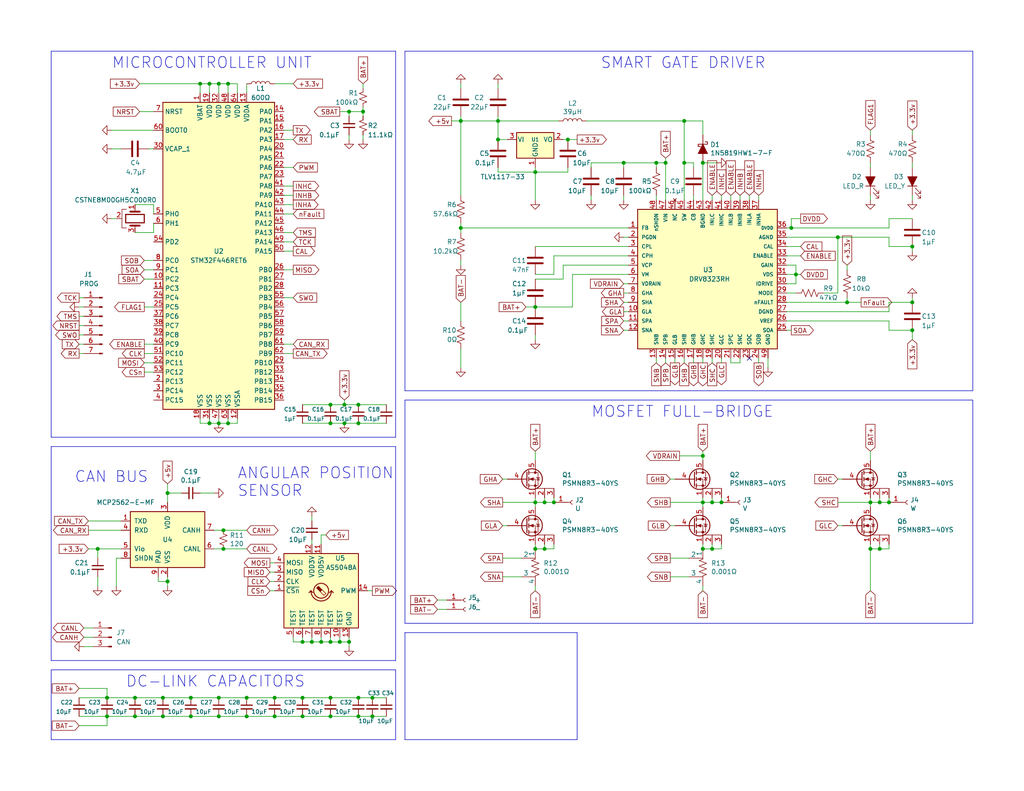
<source format=kicad_sch>
(kicad_sch (version 20230121) (generator eeschema)
  (paper "USLetter")
  (title_block (title "Driver") (date "2019-03-16") (rev "1") (comment 1 "Luis Alvarez") (comment 2 "Designed by"))
  (junction (at 45.72 134.62))
  (junction (at 148.59 149.86))
  (junction (at 191.77 124.46))
  (junction (at 179.07 44.45))
  (junction (at 90.17 195.58))
  (junction (at 26.67 149.86))
  (junction (at 196.85 137.16))
  (junction (at 181.61 44.45))
  (junction (at 93.98 110.49))
  (junction (at 154.94 38.1))
  (junction (at 215.9 62.23))
  (junction (at 99.06 30.48))
  (junction (at 57.15 115.57))
  (junction (at 248.92 67.31))
  (junction (at 125.73 62.23))
  (junction (at 52.07 190.5))
  (junction (at 59.69 195.58))
  (junction (at 59.69 190.5))
  (junction (at 67.31 195.58))
  (junction (at 125.73 33.02))
  (junction (at 60.96 144.78))
  (junction (at 59.69 22.86))
  (junction (at 44.45 190.5))
  (junction (at 90.17 115.57))
  (junction (at 186.69 44.45))
  (junction (at 85.09 175.26))
  (junction (at 54.61 22.86))
  (junction (at 240.03 137.16))
  (junction (at 95.25 30.48))
  (junction (at 191.77 137.16))
  (junction (at 146.05 83.82))
  (junction (at 90.17 175.26))
  (junction (at 60.96 149.86))
  (junction (at 97.79 115.57))
  (junction (at 148.59 137.16))
  (junction (at 170.18 44.45))
  (junction (at 92.71 175.26))
  (junction (at 228.6 64.77))
  (junction (at 191.77 44.45))
  (junction (at 74.93 195.58))
  (junction (at 82.55 190.5))
  (junction (at 146.05 149.86))
  (junction (at 242.57 137.16))
  (junction (at 52.07 195.58))
  (junction (at 186.69 33.02))
  (junction (at 194.31 137.16))
  (junction (at 248.92 90.17))
  (junction (at 36.83 195.58))
  (junction (at 237.49 149.86))
  (junction (at 231.14 82.55))
  (junction (at 97.79 190.5))
  (junction (at 45.72 158.75))
  (junction (at 36.83 190.5))
  (junction (at 93.98 115.57))
  (junction (at 101.6 190.5))
  (junction (at 191.77 149.86))
  (junction (at 95.25 175.26))
  (junction (at 217.17 74.93))
  (junction (at 87.63 175.26))
  (junction (at 82.55 195.58))
  (junction (at 194.31 149.86))
  (junction (at 62.23 115.57))
  (junction (at 29.21 195.58))
  (junction (at 44.45 195.58))
  (junction (at 151.13 137.16))
  (junction (at 135.89 38.1))
  (junction (at 97.79 195.58))
  (junction (at 237.49 137.16))
  (junction (at 101.6 195.58))
  (junction (at 135.89 33.02))
  (junction (at 146.05 137.16))
  (junction (at 57.15 22.86))
  (junction (at 82.55 175.26))
  (junction (at 240.03 149.86))
  (junction (at 90.17 190.5))
  (junction (at 62.23 22.86))
  (junction (at 59.69 115.57))
  (junction (at 74.93 190.5))
  (junction (at 248.92 82.55))
  (junction (at 146.05 46.99))
  (junction (at 97.79 110.49))
  (junction (at 67.31 190.5))
  (junction (at 29.21 190.5))
  (junction (at 90.17 110.49))
  (no_connect (at 204.47 97.79))
  (wire (pts (xy 242.57 64.77) (xy 242.57 67.31)))
  (wire (pts (xy 215.9 59.69) (xy 215.9 62.23)))
  (wire (pts (xy 237.49 45.72) (xy 237.49 44.45)))
  (wire (pts (xy 146.05 46.99) (xy 146.05 54.61)))
  (wire (pts (xy 54.61 22.86) (xy 57.15 22.86)))
  (wire (pts (xy 80.01 35.56) (xy 77.47 35.56)))
  (wire (pts (xy 123.19 33.02) (xy 125.73 33.02)))
  (wire (pts (xy 194.31 148.59) (xy 194.31 149.86)))
  (wire (pts (xy 74.93 161.29) (xy 73.66 161.29)))
  (wire (pts (xy 182.88 152.4) (xy 187.96 152.4)))
  (wire (pts (xy 57.15 115.57) (xy 57.15 114.3)))
  (wire (pts (xy 43.18 157.48) (xy 43.18 158.75)))
  (wire (pts (xy 146.05 92.71) (xy 146.05 91.44)))
  (wire (pts (xy 22.86 171.45) (xy 25.4 171.45)))
  (wire (pts (xy 99.06 24.13) (xy 99.06 22.86)))
  (wire (pts (xy 138.43 38.1) (xy 135.89 38.1)))
  (wire (pts (xy 95.25 175.26) (xy 92.71 175.26)))
  (wire (pts (xy 82.55 175.26) (xy 80.01 175.26)))
  (wire (pts (xy 125.73 87.63) (xy 125.73 82.55)))
  (wire (pts (xy 214.63 62.23) (xy 215.9 62.23)))
  (wire (pts (xy 125.73 100.33) (xy 125.73 95.25)))
  (wire (pts (xy 137.16 152.4) (xy 142.24 152.4)))
  (wire (pts (xy 151.13 137.16) (xy 148.59 137.16)))
  (wire (pts (xy 214.63 67.31) (xy 218.44 67.31)))
  (wire (pts (xy 148.59 149.86) (xy 146.05 149.86)))
  (wire (pts (xy 148.59 137.16) (xy 146.05 137.16)))
  (wire (pts (xy 80.01 63.5) (xy 77.47 63.5)))
  (wire (pts (xy 99.06 30.48) (xy 99.06 29.21)))
  (wire (pts (xy 26.67 152.4) (xy 26.67 149.86)))
  (wire (pts (xy 228.6 64.77) (xy 242.57 64.77)))
  (wire (pts (xy 160.02 33.02) (xy 186.69 33.02)))
  (wire (pts (xy 154.94 38.1) (xy 157.48 38.1)))
  (wire (pts (xy 21.59 195.58) (xy 29.21 195.58)))
  (wire (pts (xy 52.07 190.5) (xy 59.69 190.5)))
  (wire (pts (xy 45.72 158.75) (xy 45.72 157.48)))
  (wire (pts (xy 59.69 195.58) (xy 67.31 195.58)))
  (wire (pts (xy 36.83 63.5) (xy 41.91 63.5)))
  (wire (pts (xy 196.85 149.86) (xy 194.31 149.86)))
  (wire (pts (xy 170.18 45.72) (xy 170.18 44.45)))
  (wire (pts (xy 77.47 50.8) (xy 80.01 50.8)))
  (wire (pts (xy 170.18 80.01) (xy 171.45 80.01)))
  (wire (pts (xy 95.25 175.26) (xy 95.25 176.53)))
  (wire (pts (xy 36.83 195.58) (xy 44.45 195.58)))
  (wire (pts (xy 146.05 83.82) (xy 156.21 83.82)))
  (wire (pts (xy 101.6 190.5) (xy 97.79 190.5)))
  (wire (pts (xy 90.17 115.57) (xy 93.98 115.57)))
  (wire (pts (xy 64.77 22.86) (xy 64.77 25.4)))
  (wire (pts (xy 125.73 62.23) (xy 171.45 62.23)))
  (wire (pts (xy 45.72 134.62) (xy 45.72 137.16)))
  (wire (pts (xy 189.23 99.06) (xy 189.23 97.79)))
  (polyline (pts (xy 13.97 180.34) (xy 107.95 180.34)))
  (wire (pts (xy 237.49 137.16) (xy 237.49 135.89)))
  (wire (pts (xy 201.93 99.06) (xy 201.93 97.79)))
  (wire (pts (xy 191.77 36.83) (xy 191.77 33.02)))
  (wire (pts (xy 92.71 173.99) (xy 92.71 175.26)))
  (wire (pts (xy 240.03 148.59) (xy 240.03 149.86)))
  (polyline (pts (xy 110.49 172.72) (xy 110.49 201.93)))
  (wire (pts (xy 38.1 30.48) (xy 41.91 30.48)))
  (wire (pts (xy 93.98 115.57) (xy 97.79 115.57)))
  (wire (pts (xy 21.59 83.82) (xy 22.86 83.82)))
  (wire (pts (xy 151.13 135.89) (xy 151.13 137.16)))
  (wire (pts (xy 39.37 83.82) (xy 41.91 83.82)))
  (wire (pts (xy 240.03 135.89) (xy 240.03 137.16)))
  (wire (pts (xy 151.13 74.93) (xy 151.13 69.85)))
  (wire (pts (xy 214.63 80.01) (xy 217.17 80.01)))
  (wire (pts (xy 194.31 99.06) (xy 194.31 97.79)))
  (wire (pts (xy 146.05 161.29) (xy 146.05 160.02)))
  (wire (pts (xy 125.73 72.39) (xy 125.73 71.12)))
  (wire (pts (xy 146.05 46.99) (xy 146.05 45.72)))
  (wire (pts (xy 182.88 137.16) (xy 191.77 137.16)))
  (polyline (pts (xy 107.95 13.97) (xy 107.95 119.38)))
  (wire (pts (xy 90.17 110.49) (xy 82.55 110.49)))
  (wire (pts (xy 242.57 62.23) (xy 242.57 59.69)))
  (wire (pts (xy 237.49 123.19) (xy 237.49 125.73)))
  (wire (pts (xy 29.21 195.58) (xy 36.83 195.58)))
  (wire (pts (xy 57.15 22.86) (xy 59.69 22.86)))
  (wire (pts (xy 93.98 110.49) (xy 90.17 110.49)))
  (wire (pts (xy 26.67 157.48) (xy 26.67 160.02)))
  (wire (pts (xy 186.69 44.45) (xy 186.69 54.61)))
  (wire (pts (xy 199.39 99.06) (xy 201.93 99.06)))
  (wire (pts (xy 194.31 53.34) (xy 194.31 54.61)))
  (wire (pts (xy 189.23 45.72) (xy 189.23 44.45)))
  (wire (pts (xy 151.13 149.86) (xy 148.59 149.86)))
  (wire (pts (xy 214.63 90.17) (xy 215.9 90.17)))
  (wire (pts (xy 49.53 134.62) (xy 45.72 134.62)))
  (wire (pts (xy 135.89 46.99) (xy 146.05 46.99)))
  (wire (pts (xy 237.49 149.86) (xy 237.49 148.59)))
  (wire (pts (xy 179.07 44.45) (xy 181.61 44.45)))
  (wire (pts (xy 41.91 55.88) (xy 41.91 58.42)))
  (wire (pts (xy 185.42 124.46) (xy 191.77 124.46)))
  (polyline (pts (xy 157.48 172.72) (xy 157.48 201.93)))
  (polyline (pts (xy 13.97 182.88) (xy 107.95 182.88)))
  (wire (pts (xy 22.86 81.28) (xy 21.59 81.28)))
  (wire (pts (xy 24.13 144.78) (xy 33.02 144.78)))
  (wire (pts (xy 77.47 96.52) (xy 80.01 96.52)))
  (wire (pts (xy 148.59 135.89) (xy 148.59 137.16)))
  (wire (pts (xy 24.13 142.24) (xy 33.02 142.24)))
  (wire (pts (xy 170.18 44.45) (xy 179.07 44.45)))
  (wire (pts (xy 90.17 190.5) (xy 97.79 190.5)))
  (wire (pts (xy 125.73 63.5) (xy 125.73 62.23)))
  (wire (pts (xy 30.48 40.64) (xy 33.02 40.64)))
  (wire (pts (xy 161.29 45.72) (xy 161.29 44.45)))
  (wire (pts (xy 59.69 25.4) (xy 59.69 22.86)))
  (wire (pts (xy 62.23 22.86) (xy 64.77 22.86)))
  (polyline (pts (xy 110.49 109.22) (xy 110.49 170.18)))
  (wire (pts (xy 58.42 144.78) (xy 60.96 144.78)))
  (wire (pts (xy 74.93 190.5) (xy 82.55 190.5)))
  (wire (pts (xy 93.98 109.22) (xy 93.98 110.49)))
  (wire (pts (xy 184.15 99.06) (xy 184.15 97.79)))
  (wire (pts (xy 214.63 74.93) (xy 217.17 74.93)))
  (wire (pts (xy 217.17 74.93) (xy 217.17 72.39)))
  (wire (pts (xy 237.49 35.56) (xy 237.49 36.83)))
  (wire (pts (xy 101.6 195.58) (xy 105.41 195.58)))
  (polyline (pts (xy 110.49 109.22) (xy 265.43 109.22)))
  (wire (pts (xy 237.49 149.86) (xy 237.49 161.29)))
  (polyline (pts (xy 265.43 106.68) (xy 265.43 13.97)))
  (wire (pts (xy 242.57 135.89) (xy 242.57 137.16)))
  (wire (pts (xy 214.63 85.09) (xy 242.57 85.09)))
  (wire (pts (xy 242.57 137.16) (xy 240.03 137.16)))
  (wire (pts (xy 95.25 38.1) (xy 95.25 36.83)))
  (wire (pts (xy 154.94 45.72) (xy 154.94 46.99)))
  (wire (pts (xy 240.03 137.16) (xy 237.49 137.16)))
  (wire (pts (xy 217.17 77.47) (xy 217.17 74.93)))
  (wire (pts (xy 153.67 38.1) (xy 154.94 38.1)))
  (wire (pts (xy 151.13 69.85) (xy 171.45 69.85)))
  (wire (pts (xy 67.31 144.78) (xy 60.96 144.78)))
  (wire (pts (xy 194.31 137.16) (xy 191.77 137.16)))
  (wire (pts (xy 57.15 25.4) (xy 57.15 22.86)))
  (wire (pts (xy 152.4 33.02) (xy 135.89 33.02)))
  (wire (pts (xy 170.18 87.63) (xy 171.45 87.63)))
  (wire (pts (xy 161.29 54.61) (xy 161.29 53.34)))
  (wire (pts (xy 67.31 190.5) (xy 74.93 190.5)))
  (wire (pts (xy 242.57 149.86) (xy 240.03 149.86)))
  (wire (pts (xy 24.13 149.86) (xy 26.67 149.86)))
  (wire (pts (xy 26.67 149.86) (xy 33.02 149.86)))
  (wire (pts (xy 228.6 143.51) (xy 229.87 143.51)))
  (wire (pts (xy 137.16 137.16) (xy 146.05 137.16)))
  (wire (pts (xy 87.63 146.05) (xy 88.9 146.05)))
  (polyline (pts (xy 13.97 119.38) (xy 107.95 119.38)))
  (wire (pts (xy 125.73 33.02) (xy 125.73 53.34)))
  (wire (pts (xy 29.21 190.5) (xy 36.83 190.5)))
  (wire (pts (xy 125.73 62.23) (xy 125.73 60.96)))
  (polyline (pts (xy 13.97 201.93) (xy 107.95 201.93)))
  (wire (pts (xy 80.01 175.26) (xy 80.01 173.99)))
  (polyline (pts (xy 110.49 106.68) (xy 265.43 106.68)))
  (wire (pts (xy 31.75 152.4) (xy 31.75 160.02)))
  (wire (pts (xy 179.07 99.06) (xy 179.07 97.79)))
  (wire (pts (xy 74.93 156.21) (xy 73.66 156.21)))
  (wire (pts (xy 146.05 137.16) (xy 146.05 135.89)))
  (wire (pts (xy 248.92 35.56) (xy 248.92 36.83)))
  (wire (pts (xy 92.71 175.26) (xy 90.17 175.26)))
  (wire (pts (xy 214.63 64.77) (xy 228.6 64.77)))
  (wire (pts (xy 54.61 115.57) (xy 54.61 114.3)))
  (wire (pts (xy 248.92 68.58) (xy 248.92 67.31)))
  (wire (pts (xy 242.57 90.17) (xy 248.92 90.17)))
  (wire (pts (xy 214.63 82.55) (xy 231.14 82.55)))
  (wire (pts (xy 44.45 190.5) (xy 52.07 190.5)))
  (wire (pts (xy 231.14 73.66) (xy 231.14 72.39)))
  (wire (pts (xy 135.89 22.86) (xy 135.89 24.13)))
  (polyline (pts (xy 13.97 180.34) (xy 13.97 121.92)))
  (wire (pts (xy 189.23 53.34) (xy 189.23 54.61)))
  (wire (pts (xy 100.33 161.29) (xy 101.6 161.29)))
  (wire (pts (xy 125.73 24.13) (xy 125.73 22.86)))
  (wire (pts (xy 97.79 115.57) (xy 105.41 115.57)))
  (wire (pts (xy 154.94 46.99) (xy 146.05 46.99)))
  (wire (pts (xy 186.69 33.02) (xy 186.69 44.45)))
  (wire (pts (xy 99.06 38.1) (xy 99.06 36.83)))
  (polyline (pts (xy 265.43 170.18) (xy 265.43 109.22)))
  (wire (pts (xy 90.17 173.99) (xy 90.17 175.26)))
  (wire (pts (xy 237.49 137.16) (xy 237.49 138.43)))
  (wire (pts (xy 179.07 45.72) (xy 179.07 44.45)))
  (wire (pts (xy 36.83 55.88) (xy 41.91 55.88)))
  (wire (pts (xy 74.93 22.86) (xy 80.01 22.86)))
  (wire (pts (xy 22.86 173.99) (xy 25.4 173.99)))
  (wire (pts (xy 36.83 190.5) (xy 44.45 190.5)))
  (wire (pts (xy 21.59 190.5) (xy 29.21 190.5)))
  (wire (pts (xy 125.73 33.02) (xy 135.89 33.02)))
  (wire (pts (xy 207.01 53.34) (xy 207.01 54.61)))
  (wire (pts (xy 45.72 160.02) (xy 45.72 158.75)))
  (wire (pts (xy 182.88 130.81) (xy 184.15 130.81)))
  (wire (pts (xy 170.18 82.55) (xy 171.45 82.55)))
  (polyline (pts (xy 110.49 172.72) (xy 157.48 172.72)))
  (wire (pts (xy 80.01 68.58) (xy 77.47 68.58)))
  (wire (pts (xy 45.72 132.08) (xy 45.72 134.62)))
  (wire (pts (xy 73.66 158.75) (xy 74.93 158.75)))
  (wire (pts (xy 39.37 93.98) (xy 41.91 93.98)))
  (wire (pts (xy 80.01 66.04) (xy 77.47 66.04)))
  (wire (pts (xy 153.67 76.2) (xy 153.67 72.39)))
  (wire (pts (xy 77.47 55.88) (xy 80.01 55.88)))
  (wire (pts (xy 38.1 22.86) (xy 54.61 22.86)))
  (wire (pts (xy 39.37 76.2) (xy 41.91 76.2)))
  (polyline (pts (xy 107.95 180.34) (xy 107.95 121.92)))
  (wire (pts (xy 231.14 82.55) (xy 234.95 82.55)))
  (wire (pts (xy 194.31 149.86) (xy 191.77 149.86)))
  (wire (pts (xy 92.71 30.48) (xy 95.25 30.48)))
  (wire (pts (xy 214.63 77.47) (xy 217.17 77.47)))
  (wire (pts (xy 22.86 86.36) (xy 21.59 86.36)))
  (wire (pts (xy 191.77 137.16) (xy 191.77 138.43)))
  (wire (pts (xy 39.37 71.12) (xy 41.91 71.12)))
  (polyline (pts (xy 13.97 13.97) (xy 107.95 13.97)))
  (wire (pts (xy 170.18 64.77) (xy 171.45 64.77)))
  (wire (pts (xy 77.47 81.28) (xy 80.01 81.28)))
  (wire (pts (xy 39.37 101.6) (xy 41.91 101.6)))
  (wire (pts (xy 54.61 25.4) (xy 54.61 22.86)))
  (wire (pts (xy 73.66 153.67) (xy 74.93 153.67)))
  (polyline (pts (xy 107.95 182.88) (xy 107.95 201.93)))
  (wire (pts (xy 187.96 157.48) (xy 182.88 157.48)))
  (wire (pts (xy 58.42 134.62) (xy 54.61 134.62)))
  (wire (pts (xy 80.01 53.34) (xy 77.47 53.34)))
  (wire (pts (xy 214.63 69.85) (xy 218.44 69.85)))
  (wire (pts (xy 59.69 115.57) (xy 57.15 115.57)))
  (wire (pts (xy 135.89 31.75) (xy 135.89 33.02)))
  (wire (pts (xy 41.91 99.06) (xy 39.37 99.06)))
  (wire (pts (xy 80.01 73.66) (xy 77.47 73.66)))
  (wire (pts (xy 171.45 90.17) (xy 170.18 90.17)))
  (polyline (pts (xy 110.49 13.97) (xy 265.43 13.97)))
  (wire (pts (xy 97.79 195.58) (xy 101.6 195.58)))
  (wire (pts (xy 146.05 74.93) (xy 151.13 74.93)))
  (wire (pts (xy 59.69 190.5) (xy 67.31 190.5)))
  (polyline (pts (xy 13.97 201.93) (xy 13.97 182.88)))
  (wire (pts (xy 82.55 173.99) (xy 82.55 175.26)))
  (wire (pts (xy 170.18 77.47) (xy 171.45 77.47)))
  (wire (pts (xy 43.18 158.75) (xy 45.72 158.75)))
  (polyline (pts (xy 110.49 201.93) (xy 157.48 201.93)))
  (wire (pts (xy 85.09 175.26) (xy 82.55 175.26)))
  (wire (pts (xy 143.51 83.82) (xy 146.05 83.82)))
  (wire (pts (xy 31.75 152.4) (xy 33.02 152.4)))
  (wire (pts (xy 39.37 96.52) (xy 41.91 96.52)))
  (wire (pts (xy 191.77 123.19) (xy 191.77 124.46)))
  (wire (pts (xy 204.47 53.34) (xy 204.47 54.61)))
  (wire (pts (xy 148.59 148.59) (xy 148.59 149.86)))
  (wire (pts (xy 30.48 59.69) (xy 31.75 59.69)))
  (wire (pts (xy 228.6 64.77) (xy 228.6 80.01)))
  (wire (pts (xy 87.63 146.05) (xy 87.63 148.59)))
  (wire (pts (xy 237.49 54.61) (xy 237.49 53.34)))
  (polyline (pts (xy 13.97 119.38) (xy 13.97 13.97)))
  (wire (pts (xy 191.77 99.06) (xy 191.77 97.79)))
  (wire (pts (xy 215.9 59.69) (xy 218.44 59.69)))
  (wire (pts (xy 62.23 115.57) (xy 59.69 115.57)))
  (wire (pts (xy 153.67 72.39) (xy 171.45 72.39)))
  (wire (pts (xy 105.41 110.49) (xy 97.79 110.49)))
  (wire (pts (xy 181.61 43.18) (xy 181.61 44.45)))
  (wire (pts (xy 215.9 62.23) (xy 242.57 62.23)))
  (wire (pts (xy 137.16 143.51) (xy 138.43 143.51)))
  (wire (pts (xy 242.57 87.63) (xy 242.57 90.17)))
  (wire (pts (xy 62.23 25.4) (xy 62.23 22.86)))
  (wire (pts (xy 90.17 195.58) (xy 97.79 195.58)))
  (wire (pts (xy 146.05 149.86) (xy 146.05 148.59)))
  (wire (pts (xy 21.59 88.9) (xy 22.86 88.9)))
  (wire (pts (xy 21.59 91.44) (xy 22.86 91.44)))
  (wire (pts (xy 87.63 173.99) (xy 87.63 175.26)))
  (wire (pts (xy 242.57 148.59) (xy 242.57 149.86)))
  (wire (pts (xy 59.69 22.86) (xy 62.23 22.86)))
  (wire (pts (xy 77.47 93.98) (xy 80.01 93.98)))
  (wire (pts (xy 97.79 110.49) (xy 93.98 110.49)))
  (wire (pts (xy 41.91 40.64) (xy 40.64 40.64)))
  (wire (pts (xy 181.61 99.06) (xy 181.61 97.79)))
  (wire (pts (xy 82.55 190.5) (xy 90.17 190.5)))
  (wire (pts (xy 196.85 99.06) (xy 196.85 97.79)))
  (wire (pts (xy 99.06 30.48) (xy 95.25 30.48)))
  (wire (pts (xy 194.31 135.89) (xy 194.31 137.16)))
  (wire (pts (xy 170.18 85.09) (xy 171.45 85.09)))
  (wire (pts (xy 161.29 44.45) (xy 170.18 44.45)))
  (wire (pts (xy 21.59 93.98) (xy 22.86 93.98)))
  (wire (pts (xy 82.55 115.57) (xy 90.17 115.57)))
  (wire (pts (xy 90.17 175.26) (xy 87.63 175.26)))
  (wire (pts (xy 146.05 123.19) (xy 146.05 125.73)))
  (wire (pts (xy 191.77 137.16) (xy 191.77 135.89)))
  (wire (pts (xy 135.89 38.1) (xy 135.89 33.02)))
  (wire (pts (xy 30.48 35.56) (xy 41.91 35.56)))
  (wire (pts (xy 64.77 115.57) (xy 64.77 114.3)))
  (wire (pts (xy 135.89 45.72) (xy 135.89 46.99)))
  (wire (pts (xy 217.17 74.93) (xy 218.44 74.93)))
  (wire (pts (xy 170.18 53.34) (xy 170.18 54.61)))
  (wire (pts (xy 60.96 149.86) (xy 58.42 149.86)))
  (wire (pts (xy 137.16 130.81) (xy 138.43 130.81)))
  (wire (pts (xy 248.92 45.72) (xy 248.92 44.45)))
  (wire (pts (xy 142.24 157.48) (xy 137.16 157.48)))
  (wire (pts (xy 242.57 67.31) (xy 248.92 67.31)))
  (wire (pts (xy 196.85 137.16) (xy 194.31 137.16)))
  (wire (pts (xy 85.09 148.59) (xy 85.09 147.32)))
  (wire (pts (xy 195.58 44.45) (xy 191.77 44.45)))
  (wire (pts (xy 41.91 63.5) (xy 41.91 60.96)))
  (wire (pts (xy 85.09 142.24) (xy 85.09 140.97)))
  (wire (pts (xy 182.88 143.51) (xy 184.15 143.51)))
  (wire (pts (xy 248.92 54.61) (xy 248.92 53.34)))
  (wire (pts (xy 196.85 53.34) (xy 196.85 54.61)))
  (wire (pts (xy 95.25 31.75) (xy 95.25 30.48)))
  (wire (pts (xy 191.77 44.45) (xy 191.77 54.61)))
  (wire (pts (xy 22.86 96.52) (xy 21.59 96.52)))
  (wire (pts (xy 228.6 137.16) (xy 237.49 137.16)))
  (wire (pts (xy 231.14 81.28) (xy 231.14 82.55)))
  (wire (pts (xy 199.39 97.79) (xy 199.39 99.06)))
  (wire (pts (xy 207.01 99.06) (xy 207.01 97.79)))
  (wire (pts (xy 29.21 198.12) (xy 21.59 198.12)))
  (wire (pts (xy 39.37 73.66) (xy 41.91 73.66)))
  (polyline (pts (xy 110.49 13.97) (xy 110.49 106.68)))
  (wire (pts (xy 54.61 115.57) (xy 57.15 115.57)))
  (wire (pts (xy 146.05 137.16) (xy 146.05 138.43)))
  (wire (pts (xy 87.63 175.26) (xy 85.09 175.26)))
  (wire (pts (xy 29.21 195.58) (xy 29.21 198.12)))
  (wire (pts (xy 181.61 44.45) (xy 181.61 54.61)))
  (wire (pts (xy 29.21 187.96) (xy 29.21 190.5)))
  (wire (pts (xy 186.69 33.02) (xy 191.77 33.02)))
  (wire (pts (xy 101.6 190.5) (xy 105.41 190.5)))
  (wire (pts (xy 196.85 148.59) (xy 196.85 149.86)))
  (wire (pts (xy 85.09 173.99) (xy 85.09 175.26)))
  (wire (pts (xy 242.57 85.09) (xy 242.57 82.55)))
  (wire (pts (xy 248.92 90.17) (xy 248.92 92.71)))
  (wire (pts (xy 214.63 87.63) (xy 242.57 87.63)))
  (wire (pts (xy 146.05 76.2) (xy 153.67 76.2)))
  (wire (pts (xy 77.47 38.1) (xy 80.01 38.1)))
  (wire (pts (xy 217.17 72.39) (xy 214.63 72.39)))
  (wire (pts (xy 67.31 25.4) (xy 67.31 22.86)))
  (wire (pts (xy 201.93 53.34) (xy 201.93 54.61)))
  (wire (pts (xy 191.77 124.46) (xy 191.77 125.73)))
  (wire (pts (xy 82.55 195.58) (xy 90.17 195.58)))
  (wire (pts (xy 64.77 115.57) (xy 62.23 115.57)))
  (wire (pts (xy 80.01 45.72) (xy 77.47 45.72)))
  (wire (pts (xy 62.23 115.57) (xy 62.23 114.3)))
  (wire (pts (xy 95.25 173.99) (xy 95.25 175.26)))
  (wire (pts (xy 242.57 59.69) (xy 248.92 59.69)))
  (polyline (pts (xy 13.97 121.92) (xy 107.95 121.92)))
  (wire (pts (xy 146.05 67.31) (xy 171.45 67.31)))
  (wire (pts (xy 125.73 33.02) (xy 125.73 31.75)))
  (wire (pts (xy 156.21 83.82) (xy 156.21 74.93)))
  (wire (pts (xy 189.23 44.45) (xy 186.69 44.45)))
  (wire (pts (xy 74.93 195.58) (xy 82.55 195.58)))
  (wire (pts (xy 60.96 149.86) (xy 67.31 149.86)))
  (wire (pts (xy 209.55 100.33) (xy 209.55 97.79)))
  (wire (pts (xy 179.07 53.34) (xy 179.07 54.61)))
  (wire (pts (xy 80.01 58.42) (xy 77.47 58.42)))
  (wire (pts (xy 191.77 161.29) (xy 191.77 160.02)))
  (wire (pts (xy 151.13 148.59) (xy 151.13 149.86)))
  (wire (pts (xy 44.45 195.58) (xy 52.07 195.58)))
  (wire (pts (xy 156.21 74.93) (xy 171.45 74.93)))
  (wire (pts (xy 21.59 187.96) (xy 29.21 187.96)))
  (wire (pts (xy 25.4 176.53) (xy 22.86 176.53)))
  (wire (pts (xy 52.07 195.58) (xy 59.69 195.58)))
  (wire (pts (xy 59.69 115.57) (xy 59.69 114.3)))
  (wire (pts (xy 248.92 82.55) (xy 248.92 81.28)))
  (wire (pts (xy 67.31 195.58) (xy 74.93 195.58)))
  (polyline (pts (xy 110.49 170.18) (xy 265.43 170.18)))
  (wire (pts (xy 186.69 99.06) (xy 186.69 97.79)))
  (wire (pts (xy 199.39 53.34) (xy 199.39 54.61)))
  (wire (pts (xy 242.57 82.55) (xy 248.92 82.55)))
  (wire (pts (xy 240.03 149.86) (xy 237.49 149.86)))
  (wire (pts (xy 191.77 149.86) (xy 191.77 148.59)))
  (wire (pts (xy 119.38 163.83) (xy 121.92 163.83)))
  (wire (pts (xy 121.92 166.37) (xy 119.38 166.37)))
  (wire (pts (xy 99.06 31.75) (xy 99.06 30.48)))
  (wire (pts (xy 224.79 80.01) (xy 228.6 80.01)))
  (wire (pts (xy 228.6 130.81) (xy 229.87 130.81)))
  (wire (pts (xy 196.85 135.89) (xy 196.85 137.16)))
  (text "MOSFET FULL-BRIDGE" (at 161.29 114.3 0) (effects (font (size 2.9972 2.9972)) (justify left bottom)))
  (text "CAN BUS" (at 20.32 132.08 0) (effects (font (size 2.9972 2.9972)) (justify left bottom)))
  (text "ANGULAR POSITION \nSENSOR" (at 64.77 135.89 0) (effects (font (size 2.9972 2.9972)) (justify left bottom)))
  (text "SMART GATE DRIVER" (at 163.83 19.05 0) (effects (font (size 2.9972 2.9972)) (justify left bottom)))
  (text "DC-LINK CAPACITORS" (at 34.29 187.96 0) (effects (font (size 2.9972 2.9972)) (justify left bottom)))
  (text "MICROCONTROLLER UNIT" (at 30.48 19.05 0) (effects (font (size 2.9972 2.9972)) (justify left bottom)))
  (global_label "ENABLE" (shape output) (at 39.37 93.98 180) (property "Intersheetrefs" "${INTERSHEET_REFS}" (effects hide)))
  (global_label "GHB" (shape input) (at 182.88 130.81 180) (property "Intersheetrefs" "${INTERSHEET_REFS}" (effects hide)))
  (global_label "RX" (shape input) (at 80.01 38.1 0) (property "Intersheetrefs" "${INTERSHEET_REFS}" (effects hide)))
  (global_label "INHA" (shape input) (at 207.01 53.34 90) (property "Intersheetrefs" "${INTERSHEET_REFS}" (effects hide)))
  (global_label "nFault" (shape output) (at 234.95 82.55 0) (property "Intersheetrefs" "${INTERSHEET_REFS}" (effects hide)))
  (global_label "BAT-" (shape input) (at 21.59 198.12 180) (property "Intersheetrefs" "${INTERSHEET_REFS}" (effects hide)))
  (global_label "SPB" (shape input) (at 181.61 99.06 270) (property "Intersheetrefs" "${INTERSHEET_REFS}" (effects hide)))
  (global_label "GHB" (shape output) (at 189.23 99.06 270) (property "Intersheetrefs" "${INTERSHEET_REFS}" (effects hide)))
  (global_label "INHA" (shape output) (at 80.01 55.88 0) (property "Intersheetrefs" "${INTERSHEET_REFS}" (effects hide)))
  (global_label "CAN_TX" (shape output) (at 80.01 96.52 0) (property "Intersheetrefs" "${INTERSHEET_REFS}" (effects hide)))
  (global_label "ENABLE" (shape input) (at 194.31 53.34 90) (property "Intersheetrefs" "${INTERSHEET_REFS}" (effects hide)))
  (global_label "MISO" (shape output) (at 80.01 73.66 0) (property "Intersheetrefs" "${INTERSHEET_REFS}" (effects hide)))
  (global_label "TCK" (shape output) (at 21.59 81.28 180) (property "Intersheetrefs" "${INTERSHEET_REFS}" (effects hide)))
  (global_label "BAT-" (shape input) (at 146.05 161.29 270) (property "Intersheetrefs" "${INTERSHEET_REFS}" (effects hide)))
  (global_label "CLK" (shape input) (at 73.66 158.75 180) (property "Intersheetrefs" "${INTERSHEET_REFS}" (effects hide)))
  (global_label "MOSI" (shape input) (at 39.37 99.06 180) (property "Intersheetrefs" "${INTERSHEET_REFS}" (effects hide)))
  (global_label "RX" (shape output) (at 21.59 96.52 180) (property "Intersheetrefs" "${INTERSHEET_REFS}" (effects hide)))
  (global_label "CANL" (shape bidirectional) (at 22.86 171.45 180) (property "Intersheetrefs" "${INTERSHEET_REFS}" (effects hide)))
  (global_label "TMS" (shape output) (at 21.59 86.36 180) (property "Intersheetrefs" "${INTERSHEET_REFS}" (effects hide)))
  (global_label "INHB" (shape output) (at 80.01 53.34 0) (property "Intersheetrefs" "${INTERSHEET_REFS}" (effects hide)))
  (global_label "+3.3v" (shape input) (at 248.92 35.56 90) (property "Intersheetrefs" "${INTERSHEET_REFS}" (effects hide)))
  (global_label "CLK" (shape output) (at 39.37 96.52 180) (property "Intersheetrefs" "${INTERSHEET_REFS}" (effects hide)))
  (global_label "TX" (shape output) (at 80.01 35.56 0) (property "Intersheetrefs" "${INTERSHEET_REFS}" (effects hide)))
  (global_label "BAT+" (shape input) (at 181.61 43.18 90) (property "Intersheetrefs" "${INTERSHEET_REFS}" (effects hide)))
  (global_label "INHB" (shape input) (at 201.93 53.34 90) (property "Intersheetrefs" "${INTERSHEET_REFS}" (effects hide)))
  (global_label "PWM" (shape output) (at 101.6 161.29 0) (property "Intersheetrefs" "${INTERSHEET_REFS}" (effects hide)))
  (global_label "SNB" (shape input) (at 179.07 99.06 270) (property "Intersheetrefs" "${INTERSHEET_REFS}" (effects hide)))
  (global_label "BAT+" (shape input) (at 191.77 123.19 90) (property "Intersheetrefs" "${INTERSHEET_REFS}" (effects hide)))
  (global_label "CAL" (shape input) (at 218.44 67.31 0) (property "Intersheetrefs" "${INTERSHEET_REFS}" (effects hide)))
  (global_label "DVDD" (shape input) (at 218.44 74.93 0) (property "Intersheetrefs" "${INTERSHEET_REFS}" (effects hide)))
  (global_label "GLB" (shape output) (at 184.15 99.06 270) (property "Intersheetrefs" "${INTERSHEET_REFS}" (effects hide)))
  (global_label "+3.3v" (shape input) (at 24.13 149.86 180) (property "Intersheetrefs" "${INTERSHEET_REFS}" (effects hide)))
  (global_label "SNA" (shape input) (at 170.18 90.17 180) (property "Intersheetrefs" "${INTERSHEET_REFS}" (effects hide)))
  (global_label "BAT-" (shape input) (at 237.49 161.29 270) (property "Intersheetrefs" "${INTERSHEET_REFS}" (effects hide)))
  (global_label "SBAT" (shape output) (at 92.71 30.48 180) (property "Intersheetrefs" "${INTERSHEET_REFS}" (effects hide)))
  (global_label "SPA" (shape output) (at 137.16 152.4 180) (property "Intersheetrefs" "${INTERSHEET_REFS}" (effects hide)))
  (global_label "CAN_RX" (shape output) (at 24.13 144.78 180) (property "Intersheetrefs" "${INTERSHEET_REFS}" (effects hide)))
  (global_label "PWM" (shape input) (at 80.01 45.72 0) (property "Intersheetrefs" "${INTERSHEET_REFS}" (effects hide)))
  (global_label "GLA" (shape input) (at 137.16 143.51 180) (property "Intersheetrefs" "${INTERSHEET_REFS}" (effects hide)))
  (global_label "SWO" (shape input) (at 80.01 81.28 0) (property "Intersheetrefs" "${INTERSHEET_REFS}" (effects hide)))
  (global_label "SHA" (shape output) (at 137.16 137.16 180) (property "Intersheetrefs" "${INTERSHEET_REFS}" (effects hide)))
  (global_label "SHB" (shape output) (at 182.88 137.16 180) (property "Intersheetrefs" "${INTERSHEET_REFS}" (effects hide)))
  (global_label "nFault" (shape input) (at 80.01 58.42 0) (property "Intersheetrefs" "${INTERSHEET_REFS}" (effects hide)))
  (global_label "GLC" (shape output) (at 196.85 99.06 270) (property "Intersheetrefs" "${INTERSHEET_REFS}" (effects hide)))
  (global_label "CANH" (shape bidirectional) (at 22.86 173.99 180) (property "Intersheetrefs" "${INTERSHEET_REFS}" (effects hide)))
  (global_label "MISO" (shape input) (at 73.66 156.21 180) (property "Intersheetrefs" "${INTERSHEET_REFS}" (effects hide)))
  (global_label "SNA" (shape output) (at 137.16 157.48 180) (property "Intersheetrefs" "${INTERSHEET_REFS}" (effects hide)))
  (global_label "CAL" (shape output) (at 80.01 68.58 0) (property "Intersheetrefs" "${INTERSHEET_REFS}" (effects hide)))
  (global_label "SPA" (shape input) (at 170.18 87.63 180) (property "Intersheetrefs" "${INTERSHEET_REFS}" (effects hide)))
  (global_label "BAT+" (shape input) (at 146.05 123.19 90) (property "Intersheetrefs" "${INTERSHEET_REFS}" (effects hide)))
  (global_label "VDRAIN" (shape input) (at 170.18 77.47 180) (property "Intersheetrefs" "${INTERSHEET_REFS}" (effects hide)))
  (global_label "+3.3v" (shape input) (at 38.1 22.86 180) (property "Intersheetrefs" "${INTERSHEET_REFS}" (effects hide)))
  (global_label "NRST" (shape input) (at 38.1 30.48 180) (property "Intersheetrefs" "${INTERSHEET_REFS}" (effects hide)))
  (global_label "SHC" (shape output) (at 228.6 137.16 180) (property "Intersheetrefs" "${INTERSHEET_REFS}" (effects hide)))
  (global_label "BAT+" (shape input) (at 119.38 163.83 180) (property "Intersheetrefs" "${INTERSHEET_REFS}" (effects hide)))
  (global_label "BAT+" (shape input) (at 99.06 22.86 90) (property "Intersheetrefs" "${INTERSHEET_REFS}" (effects hide)))
  (global_label "SBAT" (shape input) (at 39.37 76.2 180) (property "Intersheetrefs" "${INTERSHEET_REFS}" (effects hide)))
  (global_label "BAT+" (shape input) (at 21.59 187.96 180) (property "Intersheetrefs" "${INTERSHEET_REFS}" (effects hide)))
  (global_label "SHC" (shape input) (at 194.31 99.06 270) (property "Intersheetrefs" "${INTERSHEET_REFS}" (effects hide)))
  (global_label "+3.3v" (shape input) (at 231.14 72.39 90) (property "Intersheetrefs" "${INTERSHEET_REFS}" (effects hide)))
  (global_label "CANL" (shape bidirectional) (at 67.31 149.86 0) (property "Intersheetrefs" "${INTERSHEET_REFS}" (effects hide)))
  (global_label "SPB" (shape output) (at 182.88 152.4 180) (property "Intersheetrefs" "${INTERSHEET_REFS}" (effects hide)))
  (global_label "+3.3v" (shape input) (at 80.01 22.86 0) (property "Intersheetrefs" "${INTERSHEET_REFS}" (effects hide)))
  (global_label "+5v" (shape input) (at 88.9 146.05 0) (property "Intersheetrefs" "${INTERSHEET_REFS}" (effects hide)))
  (global_label "SHA" (shape input) (at 170.18 82.55 180) (property "Intersheetrefs" "${INTERSHEET_REFS}" (effects hide)))
  (global_label "SOA" (shape output) (at 215.9 90.17 0) (property "Intersheetrefs" "${INTERSHEET_REFS}" (effects hide)))
  (global_label "CAN_RX" (shape input) (at 80.01 93.98 0) (property "Intersheetrefs" "${INTERSHEET_REFS}" (effects hide)))
  (global_label "+3.3v" (shape output) (at 157.48 38.1 0) (property "Intersheetrefs" "${INTERSHEET_REFS}" (effects hide)))
  (global_label "DVDD" (shape output) (at 218.44 59.69 0) (property "Intersheetrefs" "${INTERSHEET_REFS}" (effects hide)))
  (global_label "CAN_TX" (shape input) (at 24.13 142.24 180) (property "Intersheetrefs" "${INTERSHEET_REFS}" (effects hide)))
  (global_label "CSn" (shape input) (at 73.66 161.29 180) (property "Intersheetrefs" "${INTERSHEET_REFS}" (effects hide)))
  (global_label "INHC" (shape input) (at 196.85 53.34 90) (property "Intersheetrefs" "${INTERSHEET_REFS}" (effects hide)))
  (global_label "SOA" (shape input) (at 39.37 73.66 180) (property "Intersheetrefs" "${INTERSHEET_REFS}" (effects hide)))
  (global_label "VDRAIN" (shape output) (at 185.42 124.46 180) (property "Intersheetrefs" "${INTERSHEET_REFS}" (effects hide)))
  (global_label "CSn" (shape output) (at 39.37 101.6 180) (property "Intersheetrefs" "${INTERSHEET_REFS}" (effects hide)))
  (global_label "BAT-" (shape input) (at 125.73 82.55 90) (property "Intersheetrefs" "${INTERSHEET_REFS}" (effects hide)))
  (global_label "BAT+" (shape input) (at 143.51 83.82 180) (property "Intersheetrefs" "${INTERSHEET_REFS}" (effects hide)))
  (global_label "ENABLE" (shape input) (at 218.44 69.85 0) (property "Intersheetrefs" "${INTERSHEET_REFS}" (effects hide)))
  (global_label "GHC" (shape output) (at 191.77 99.06 270) (property "Intersheetrefs" "${INTERSHEET_REFS}" (effects hide)))
  (global_label "+3.3v" (shape input) (at 93.98 109.22 90) (property "Intersheetrefs" "${INTERSHEET_REFS}" (effects hide)))
  (global_label "+5v" (shape input) (at 45.72 132.08 90) (property "Intersheetrefs" "${INTERSHEET_REFS}" (effects hide)))
  (global_label "NRST" (shape output) (at 21.59 88.9 180) (property "Intersheetrefs" "${INTERSHEET_REFS}" (effects hide)))
  (global_label "ENABLE" (shape input) (at 199.39 53.34 90) (property "Intersheetrefs" "${INTERSHEET_REFS}" (effects hide)))
  (global_label "BAT+" (shape input) (at 237.49 123.19 90) (property "Intersheetrefs" "${INTERSHEET_REFS}" (effects hide)))
  (global_label "BAT-" (shape input) (at 191.77 161.29 270) (property "Intersheetrefs" "${INTERSHEET_REFS}" (effects hide)))
  (global_label "SWO" (shape output) (at 21.59 91.44 180) (property "Intersheetrefs" "${INTERSHEET_REFS}" (effects hide)))
  (global_label "GHA" (shape input) (at 137.16 130.81 180) (property "Intersheetrefs" "${INTERSHEET_REFS}" (effects hide)))
  (global_label "FLAG1" (shape output) (at 39.37 83.82 180) (property "Intersheetrefs" "${INTERSHEET_REFS}" (effects hide)))
  (global_label "GHC" (shape input) (at 228.6 130.81 180) (property "Intersheetrefs" "${INTERSHEET_REFS}" (effects hide)))
  (global_label "ENABLE" (shape input) (at 204.47 53.34 90) (property "Intersheetrefs" "${INTERSHEET_REFS}" (effects hide)))
  (global_label "SHB" (shape input) (at 186.69 99.06 270) (property "Intersheetrefs" "${INTERSHEET_REFS}" (effects hide)))
  (global_label "SOB" (shape output) (at 207.01 99.06 270) (property "Intersheetrefs" "${INTERSHEET_REFS}" (effects hide)))
  (global_label "BAT-" (shape input) (at 119.38 166.37 180) (property "Intersheetrefs" "${INTERSHEET_REFS}" (effects hide)))
  (global_label "CANH" (shape bidirectional) (at 67.31 144.78 0) (property "Intersheetrefs" "${INTERSHEET_REFS}" (effects hide)))
  (global_label "GLB" (shape input) (at 182.88 143.51 180) (property "Intersheetrefs" "${INTERSHEET_REFS}" (effects hide)))
  (global_label "TX" (shape input) (at 21.59 93.98 180) (property "Intersheetrefs" "${INTERSHEET_REFS}" (effects hide)))
  (global_label "TCK" (shape input) (at 80.01 66.04 0) (property "Intersheetrefs" "${INTERSHEET_REFS}" (effects hide)))
  (global_label "GLC" (shape input) (at 228.6 143.51 180) (property "Intersheetrefs" "${INTERSHEET_REFS}" (effects hide)))
  (global_label "MOSI" (shape output) (at 73.66 153.67 180) (property "Intersheetrefs" "${INTERSHEET_REFS}" (effects hide)))
  (global_label "SNB" (shape output) (at 182.88 157.48 180) (property "Intersheetrefs" "${INTERSHEET_REFS}" (effects hide)))
  (global_label "INHC" (shape output) (at 80.01 50.8 0) (property "Intersheetrefs" "${INTERSHEET_REFS}" (effects hide)))
  (global_label "+5v" (shape output) (at 123.19 33.02 180) (property "Intersheetrefs" "${INTERSHEET_REFS}" (effects hide)))
  (global_label "+3.3v" (shape input) (at 248.92 92.71 270) (property "Intersheetrefs" "${INTERSHEET_REFS}" (effects hide)))
  (global_label "GLA" (shape output) (at 170.18 85.09 180) (property "Intersheetrefs" "${INTERSHEET_REFS}" (effects hide)))
  (global_label "FLAG1" (shape input) (at 237.49 35.56 90) (property "Intersheetrefs" "${INTERSHEET_REFS}" (effects hide)))
  (global_label "SOB" (shape input) (at 39.37 71.12 180) (property "Intersheetrefs" "${INTERSHEET_REFS}" (effects hide)))
  (global_label "TMS" (shape input) (at 80.01 63.5 0) (property "Intersheetrefs" "${INTERSHEET_REFS}" (effects hide)))
  (global_label "GHA" (shape output) (at 170.18 80.01 180) (property "Intersheetrefs" "${INTERSHEET_REFS}" (effects hide)))
  (symbol (lib_id "NeMoD-rescue:DRV8323RH-DRV8323RH") (at 191.77 74.93 0) (unit 1)
    (property "Reference" "U3" (at 191.77 73.66 0) (effects (justify left)))
    (property "Value" "DRV8323RH" (at 187.96 76.2 0) (effects (justify left)))
    (property "Footprint" "Package_DFN_QFN:Texas_S-PVQFN-N48_EP5.15x5.15mm_ThermalVias" (effects hide))
  )
  (symbol (lib_id "power:GND") (at 195.58 44.45 90) (unit 1)
    (property "Reference" "#PWR07" (effects hide))
    (property "Value" "GND" (effects hide))
  )
  (symbol (lib_id "Device:C") (at 189.23 49.53 180) (unit 1)
    (property "Reference" "C9" (at 184.15 49.53 0))
    (property "Value" "0.1µF" (at 184.15 52.07 0))
    (property "Footprint" "Capacitor_SMD:C_0805_2012Metric" (effects hide))
  )
  (symbol (lib_id "Device:L") (at 156.21 33.02 90) (unit 1)
    (property "Reference" "L2" (at 156.21 28.194 90))
    (property "Value" "39µH" (at 156.21 30.5054 90))
    (property "Footprint" "SRU1048-470Y:ELL6UH390M" (effects hide))
  )
  (symbol (lib_id "Device:R_US") (at 125.73 57.15 0) (unit 1)
    (property "Reference" "R6" (at 121.92 55.88 0) (effects (justify left)))
    (property "Value" "57.6kΩ" (at 118.11 58.42 0) (effects (justify left)))
    (property "Footprint" "Resistor_SMD:R_0805_2012Metric" (effects hide))
  )
  (symbol (lib_id "Device:R_US") (at 125.73 67.31 0) (unit 1)
    (property "Reference" "R7" (at 121.92 66.04 0) (effects (justify left)))
    (property "Value" "10.2kΩ" (at 118.11 68.58 0) (effects (justify left)))
    (property "Footprint" "Resistor_SMD:R_0805_2012Metric" (effects hide))
  )
  (symbol (lib_id "Device:R_US") (at 179.07 49.53 180) (unit 1)
    (property "Reference" "R5" (at 177.8 49.53 0) (effects (justify left)))
    (property "Value" "100kΩ" (at 177.8 52.07 0) (effects (justify left)))
    (property "Footprint" "Resistor_SMD:R_0805_2012Metric" (effects hide))
  )
  (symbol (lib_id "power:GND") (at 170.18 54.61 0) (unit 1)
    (property "Reference" "#PWR010" (effects hide))
    (property "Value" "GND" (effects hide))
  )
  (symbol (lib_id "Device:C") (at 170.18 49.53 180) (unit 1)
    (property "Reference" "C8" (at 165.1 49.53 0) (effects (justify right)))
    (property "Value" "10µF" (at 163.83 52.07 0) (effects (justify right)))
    (property "Footprint" "Capacitor_SMD:C_0805_2012Metric" (effects hide))
  )
  (symbol (lib_id "Device:D_Schottky_ALT") (at 191.77 40.64 270) (unit 1)
    (property "Reference" "D1" (at 193.7766 39.4716 90) (effects (justify left)))
    (property "Value" "1N5819HW1-7-F" (at 193.7766 41.783 90) (effects (justify left)))
    (property "Footprint" "Diode_SMD:D_SOD-123F" (effects hide))
  )
  (symbol (lib_id "power:GND") (at 170.18 64.77 270) (unit 1)
    (property "Reference" "#PWR014" (effects hide))
    (property "Value" "GND" (effects hide))
  )
  (symbol (lib_id "Device:C") (at 146.05 71.12 180) (unit 1)
    (property "Reference" "C11" (at 139.7 71.12 0) (effects (justify right)))
    (property "Value" "47nF" (at 139.7 73.66 0) (effects (justify right)))
    (property "Footprint" "Capacitor_SMD:C_0805_2012Metric" (effects hide))
  )
  (symbol (lib_id "Device:C") (at 146.05 80.01 180) (unit 1)
    (property "Reference" "C12" (at 139.7 77.47 0) (effects (justify right)))
    (property "Value" "1µF" (at 139.7 80.01 0) (effects (justify right)))
    (property "Footprint" "Capacitor_SMD:C_0805_2012Metric" (effects hide))
  )
  (symbol (lib_id "Device:C") (at 146.05 87.63 180) (unit 1)
    (property "Reference" "C14" (at 139.7 87.63 0) (effects (justify right)))
    (property "Value" "0.1µF" (at 138.43 90.17 0) (effects (justify right)))
    (property "Footprint" "Capacitor_SMD:C_0805_2012Metric" (effects hide))
  )
  (symbol (lib_id "power:GND") (at 146.05 92.71 0) (unit 1)
    (property "Reference" "#PWR019" (effects hide))
    (property "Value" "GND" (effects hide))
  )
  (symbol (lib_id "Device:C") (at 248.92 63.5 180) (unit 1)
    (property "Reference" "C10" (at 251.46 63.5 0) (effects (justify right)))
    (property "Value" "1µF" (at 251.46 66.04 0) (effects (justify right)))
    (property "Footprint" "Capacitor_SMD:C_0805_2012Metric" (effects hide))
  )
  (symbol (lib_id "power:GND") (at 248.92 68.58 0) (unit 1)
    (property "Reference" "#PWR015" (effects hide))
    (property "Value" "GND" (effects hide))
  )
  (symbol (lib_id "Device:C") (at 248.92 86.36 180) (unit 1)
    (property "Reference" "C13" (at 251.46 86.36 0) (effects (justify right)))
    (property "Value" "1µF" (at 251.46 88.9 0) (effects (justify right)))
    (property "Footprint" "Capacitor_SMD:C_0805_2012Metric" (effects hide))
  )
  (symbol (lib_id "power:GND") (at 248.92 81.28 180) (unit 1)
    (property "Reference" "#PWR017" (effects hide))
    (property "Value" "GND" (effects hide))
  )
  (symbol (lib_id "power:GND") (at 209.55 100.33 0) (unit 1)
    (property "Reference" "#PWR021" (effects hide))
    (property "Value" "GND" (effects hide))
  )
  (symbol (lib_id "Device:R_US") (at 231.14 77.47 0) (unit 1)
    (property "Reference" "R8" (at 233.68 76.2 0) (effects (justify left)))
    (property "Value" "10kΩ" (at 232.41 78.74 0) (effects (justify left)))
    (property "Footprint" "Resistor_SMD:R_0805_2012Metric" (effects hide))
  )
  (symbol (lib_id "Device:C") (at 135.89 27.94 0) (unit 1)
    (property "Reference" "C2" (at 132.08 26.67 0) (effects (justify right)))
    (property "Value" "22µF" (at 133.35 29.21 0) (effects (justify right)))
    (property "Footprint" "Capacitor_SMD:C_0805_2012Metric" (effects hide))
  )
  (symbol (lib_id "NeMoD-rescue:SQJA76EP-SQJA76EP") (at 143.51 130.81 0) (unit 1)
    (property "Reference" "Q1" (at 153.3398 129.6416 0) (effects (justify left)))
    (property "Value" "PSMN8R3-40YS" (at 153.3398 131.953 0) (effects (justify left)))
    (property "Footprint" "Package_TO_SOT_SMD:LFPAK56" (effects hide))
  )
  (symbol (lib_id "NeMoD-rescue:SQJA76EP-SQJA76EP") (at 143.51 143.51 0) (unit 1)
    (property "Reference" "Q4" (at 153.3398 142.3416 0) (effects (justify left)))
    (property "Value" "PSMN8R3-40YS" (at 153.3398 144.653 0) (effects (justify left)))
    (property "Footprint" "Package_TO_SOT_SMD:LFPAK56" (effects hide))
  )
  (symbol (lib_id "Device:C") (at 161.29 49.53 180) (unit 1)
    (property "Reference" "C7" (at 156.21 49.53 0) (effects (justify right)))
    (property "Value" "10µF" (at 154.94 52.07 0) (effects (justify right)))
    (property "Footprint" "Capacitor_SMD:C_0805_2012Metric" (effects hide))
  )
  (symbol (lib_id "power:GND") (at 146.05 54.61 0) (unit 1)
    (property "Reference" "#PWR08" (effects hide))
    (property "Value" "GND" (effects hide))
  )
  (symbol (lib_id "Device:C") (at 154.94 41.91 180) (unit 1)
    (property "Reference" "C6" (at 157.48 41.91 0) (effects (justify right)))
    (property "Value" "10µF" (at 156.21 44.45 0) (effects (justify right)))
    (property "Footprint" "Capacitor_SMD:C_0805_2012Metric" (effects hide))
  )
  (symbol (lib_id "Device:C") (at 135.89 41.91 180) (unit 1)
    (property "Reference" "C5" (at 130.81 41.91 0) (effects (justify right)))
    (property "Value" "0.1µF" (at 129.54 44.45 0) (effects (justify right)))
    (property "Footprint" "Capacitor_SMD:C_0805_2012Metric" (effects hide))
  )
  (symbol (lib_id "power:GND") (at 161.29 54.61 0) (unit 1)
    (property "Reference" "#PWR09" (effects hide))
    (property "Value" "GND" (effects hide))
  )
  (symbol (lib_id "power:GND") (at 135.89 22.86 180) (unit 1)
    (property "Reference" "#PWR02" (effects hide))
    (property "Value" "GND" (effects hide))
  )
  (symbol (lib_id "Device:R_US") (at 220.98 80.01 90) (unit 1)
    (property "Reference" "R9" (at 227.33 78.74 90) (effects (justify left)))
    (property "Value" "47kΩ" (at 228.6 81.28 90) (effects (justify left)))
    (property "Footprint" "Resistor_SMD:R_0805_2012Metric" (effects hide))
  )
  (symbol (lib_id "power:GND") (at 125.73 72.39 0) (unit 1)
    (property "Reference" "#PWR016" (effects hide))
    (property "Value" "GND" (effects hide))
  )
  (symbol (lib_id "MCU_ST_STM32F4:STM32F446RETx") (at 59.69 68.58 0) (unit 1)
    (property "Reference" "U2" (at 59.69 68.58 0))
    (property "Value" "STM32F446RET6" (at 59.69 71.12 0))
    (property "Footprint" "Package_QFP:LQFP-64_10x10mm_P0.5mm" (effects hide))
    (property "Datasheet" "http://www.st.com/st-web-ui/static/active/en/resource/technical/document/datasheet/DM00141306.pdf" (effects hide))
  )
  (symbol (lib_id "NeMoD-rescue:SQJA76EP-SQJA76EP") (at 189.23 130.81 0) (unit 1)
    (property "Reference" "Q2" (at 199.0598 129.6416 0) (effects (justify left)))
    (property "Value" "PSMN8R3-40YS" (at 199.0598 131.953 0) (effects (justify left)))
    (property "Footprint" "Package_TO_SOT_SMD:LFPAK56" (effects hide))
  )
  (symbol (lib_id "NeMoD-rescue:SQJA76EP-SQJA76EP") (at 189.23 143.51 0) (unit 1)
    (property "Reference" "Q5" (at 199.0598 142.3416 0) (effects (justify left)))
    (property "Value" "PSMN8R3-40YS" (at 199.0598 144.653 0) (effects (justify left)))
    (property "Footprint" "Package_TO_SOT_SMD:LFPAK56" (effects hide))
  )
  (symbol (lib_id "Device:C") (at 125.73 27.94 0) (unit 1)
    (property "Reference" "C1" (at 121.92 26.67 0) (effects (justify right)))
    (property "Value" "22µF" (at 123.19 29.21 0) (effects (justify right)))
    (property "Footprint" "Capacitor_SMD:C_0805_2012Metric" (effects hide))
  )
  (symbol (lib_id "Connector:Conn_01x01_Female") (at 156.21 137.16 0) (unit 1)
    (property "Reference" "J2" (at 156.9212 136.4996 0) (effects (justify left)))
    (property "Value" "U" (at 156.9212 138.811 0) (effects (justify left)))
    (property "Footprint" "SRU1048-470Y:drillhole" (effects hide))
  )
  (symbol (lib_id "Connector:Conn_01x01_Female") (at 201.93 137.16 0) (unit 1)
    (property "Reference" "J3" (at 202.6412 136.4996 0) (effects (justify left)))
    (property "Value" "V" (at 202.6412 138.811 0) (effects (justify left)))
    (property "Footprint" "SRU1048-470Y:drillhole" (effects hide))
  )
  (symbol (lib_id "Connector:Conn_01x01_Female") (at 247.65 137.16 0) (unit 1)
    (property "Reference" "J4" (at 248.3612 136.4996 0) (effects (justify left)))
    (property "Value" "W" (at 248.3612 138.811 0) (effects (justify left)))
    (property "Footprint" "SRU1048-470Y:drillhole" (effects hide))
  )
  (symbol (lib_id "power:GND") (at 125.73 22.86 180) (unit 1)
    (property "Reference" "#PWR01" (effects hide))
    (property "Value" "GND" (effects hide))
  )
  (symbol (lib_id "NeMoD-rescue:SQJA76EP-SQJA76EP") (at 234.95 130.81 0) (unit 1)
    (property "Reference" "Q3" (at 244.7798 129.6416 0) (effects (justify left)))
    (property "Value" "PSMN8R3-40YS" (at 244.7798 131.953 0) (effects (justify left)))
    (property "Footprint" "Package_TO_SOT_SMD:LFPAK56" (effects hide))
  )
  (symbol (lib_id "NeMoD-rescue:SQJA76EP-SQJA76EP") (at 234.95 143.51 0) (unit 1)
    (property "Reference" "Q6" (at 244.7798 142.3416 0) (effects (justify left)))
    (property "Value" "PSMN8R3-40YS" (at 244.7798 144.653 0) (effects (justify left)))
    (property "Footprint" "Package_TO_SOT_SMD:LFPAK56" (effects hide))
  )
  (symbol (lib_id "Device:R_US") (at 125.73 91.44 0) (unit 1)
    (property "Reference" "R10" (at 120.65 90.17 0) (effects (justify left)))
    (property "Value" "0Ω" (at 121.92 92.71 0) (effects (justify left)))
    (property "Footprint" "Resistor_SMD:R_1206_3216Metric" (effects hide))
  )
  (symbol (lib_id "power:GND") (at 125.73 100.33 0) (unit 1)
    (property "Reference" "#PWR020" (effects hide))
    (property "Value" "GND" (effects hide))
  )
  (symbol (lib_id "power:GND") (at 59.69 115.57 0) (unit 1)
    (property "Reference" "#PWR022" (effects hide))
    (property "Value" "GND" (effects hide))
  )
  (symbol (lib_id "Device:LED_ALT") (at 248.92 49.53 90) (unit 1)
    (property "Reference" "D3" (at 243.84 48.26 90) (effects (justify right)))
    (property "Value" "LED_Y" (at 241.3 50.8 90) (effects (justify right)))
    (property "Footprint" "LED_SMD:LED_0603_1608Metric_Pad1.05x0.95mm_HandSolder" (effects hide))
  )
  (symbol (lib_id "Device:R_US") (at 248.92 40.64 180) (unit 1)
    (property "Reference" "R4" (at 247.65 39.37 0) (effects (justify left)))
    (property "Value" "470Ω" (at 247.65 41.91 0) (effects (justify left)))
    (property "Footprint" "Resistor_SMD:R_0805_2012Metric" (effects hide))
  )
  (symbol (lib_id "power:GND") (at 248.92 54.61 0) (unit 1)
    (property "Reference" "#PWR012" (effects hide))
    (property "Value" "GND" (effects hide))
  )
  (symbol (lib_id "power:GND") (at 30.48 59.69 270) (unit 1)
    (property "Reference" "#PWR013" (effects hide))
    (property "Value" "GND" (effects hide))
  )
  (symbol (lib_id "Device:LED_ALT") (at 237.49 49.53 90) (unit 1)
    (property "Reference" "D2" (at 232.41 48.26 90) (effects (justify right)))
    (property "Value" "LED_R" (at 229.87 50.8 90) (effects (justify right)))
    (property "Footprint" "LED_SMD:LED_0603_1608Metric_Pad1.05x0.95mm_HandSolder" (effects hide))
  )
  (symbol (lib_id "Device:R_US") (at 237.49 40.64 180) (unit 1)
    (property "Reference" "R3" (at 236.22 39.37 0) (effects (justify left)))
    (property "Value" "470Ω" (at 236.22 41.91 0) (effects (justify left)))
    (property "Footprint" "Resistor_SMD:R_0805_2012Metric" (effects hide))
  )
  (symbol (lib_id "power:GND") (at 237.49 54.61 0) (unit 1)
    (property "Reference" "#PWR011" (effects hide))
    (property "Value" "GND" (effects hide))
  )
  (symbol (lib_id "Device:Crystal_GND2") (at 36.83 59.69 270) (unit 1)
    (property "Reference" "X1" (at 35.56 52.07 90) (effects (justify left)))
    (property "Value" "CSTNE8M00GH5C000R0" (at 20.32 54.61 90) (effects (justify left)))
    (property "Footprint" "Crystal:Resonator_SMD_muRata_CSTxExxV-3Pin_3.0x1.1mm" (effects hide))
  )
  (symbol (lib_id "Interface_CAN_LIN:MCP2562-E-MF") (at 45.72 147.32 0) (unit 1)
    (property "Reference" "U4" (at 45.72 147.32 0))
    (property "Value" "MCP2562-E-MF" (at 34.29 137.16 0))
    (property "Footprint" "Package_DFN_QFN:DFN-8-1EP_3x3mm_P0.65mm_EP1.55x2.4mm" (effects hide))
    (property "Datasheet" "http://ww1.microchip.com/downloads/en/DeviceDoc/25167A.pdf" (effects hide))
  )
  (symbol (lib_id "Regulator_Linear:TLV1117-33") (at 146.05 38.1 0) (unit 1)
    (property "Reference" "U1" (at 146.05 38.1 0) (effects (font (size 0.9906 0.9906))))
    (property "Value" "TLV1117-33" (at 137.16 48.26 0))
    (property "Footprint" "SRU1048-470Y:Texas_S-PVSON-N8" (effects hide))
    (property "Datasheet" "http://www.ti.com/lit/ds/symlink/tlv1117.pdf" (effects hide))
  )
  (symbol (lib_id "Connector:Conn_01x07_Male") (at 27.94 88.9 0) (mirror y) (unit 1)
    (property "Reference" "J1" (at 22.86 74.93 0) (effects (justify right)))
    (property "Value" "PROG" (at 21.59 77.47 0) (effects (justify right)))
    (property "Footprint" "Connector_JST:JST_SH_SM07B-SRSS-TB_1x07-1MP_P1.00mm_Horizontal" (effects hide))
  )
  (symbol (lib_id "power:GND") (at 21.59 83.82 270) (unit 1)
    (property "Reference" "#PWR018" (effects hide))
    (property "Value" "GND" (effects hide))
  )
  (symbol (lib_id "Device:R_Shunt_US") (at 191.77 154.94 0) (mirror y) (unit 1)
    (property "Reference" "R13" (at 194.0052 153.7716 0) (effects (justify right)))
    (property "Value" "0.001Ω" (at 194.0052 156.083 0) (effects (justify right)))
    (property "Footprint" "SRU1048-470Y:R_Shunt_2512_6332Metric" (effects hide))
  )
  (symbol (lib_id "Device:R_Shunt_US") (at 146.05 154.94 0) (mirror y) (unit 1)
    (property "Reference" "R12" (at 148.2852 153.7716 0) (effects (justify right)))
    (property "Value" "0.001Ω" (at 148.2852 156.083 0) (effects (justify right)))
    (property "Footprint" "SRU1048-470Y:R_Shunt_2512_6332Metric" (effects hide))
  )
  (symbol (lib_id "power:GND") (at 31.75 160.02 0) (unit 1)
    (property "Reference" "#PWR027" (effects hide))
    (property "Value" "GND" (effects hide))
  )
  (symbol (lib_id "power:GND") (at 45.72 160.02 0) (unit 1)
    (property "Reference" "#PWR028" (effects hide))
    (property "Value" "GND" (effects hide))
  )
  (symbol (lib_id "Device:R_Small_US") (at 60.96 147.32 0) (unit 1)
    (property "Reference" "R11" (at 62.6872 146.1516 0) (effects (justify left)))
    (property "Value" "120" (at 62.6872 148.463 0) (effects (justify left)))
    (property "Footprint" "Resistor_SMD:R_0805_2012Metric" (effects hide))
  )
  (symbol (lib_id "Device:C_Small") (at 52.07 134.62 270) (unit 1)
    (property "Reference" "C19" (at 52.07 128.8034 90))
    (property "Value" "0.1µF" (at 52.07 131.1148 90))
    (property "Footprint" "Capacitor_SMD:C_0805_2012Metric" (effects hide))
  )
  (symbol (lib_id "Device:C_Small") (at 26.67 154.94 0) (unit 1)
    (property "Reference" "C21" (at 20.32 153.67 0) (effects (justify left)))
    (property "Value" "0.1µF" (at 19.05 156.21 0) (effects (justify left)))
    (property "Footprint" "Capacitor_SMD:C_0805_2012Metric" (effects hide))
  )
  (symbol (lib_id "power:GND") (at 58.42 134.62 90) (unit 1)
    (property "Reference" "#PWR024" (effects hide))
    (property "Value" "GND" (effects hide))
  )
  (symbol (lib_id "power:GND") (at 26.67 160.02 0) (unit 1)
    (property "Reference" "#PWR026" (effects hide))
    (property "Value" "GND" (effects hide))
  )
  (symbol (lib_id "Device:L") (at 71.12 22.86 90) (unit 1)
    (property "Reference" "L1" (at 71.12 24.13 90))
    (property "Value" "600Ω" (at 71.12 26.67 90))
    (property "Footprint" "Inductor_SMD:L_0805_2012Metric" (effects hide))
  )
  (symbol (lib_id "Connector:Conn_01x03_Male") (at 30.48 173.99 0) (mirror y) (unit 1)
    (property "Reference" "J7" (at 31.75 172.72 0) (effects (justify right)))
    (property "Value" "CAN" (at 31.75 175.26 0) (effects (justify right)))
    (property "Footprint" "Connector_JST:JST_SH_SM03B-SRSS-TB_1x03-1MP_P1.00mm_Horizontal" (effects hide))
  )
  (symbol (lib_id "power:GND") (at 30.48 35.56 270) (unit 1)
    (property "Reference" "#PWR03" (effects hide))
    (property "Value" "GND" (effects hide))
  )
  (symbol (lib_id "Device:C_Small") (at 21.59 193.04 0) (unit 1)
    (property "Reference" "C22" (at 16.51 191.77 0) (effects (font (size 1.0922 1.0922)) (justify left)))
    (property "Value" "10µF" (at 15.24 194.31 0) (effects (font (size 1.0922 1.0922)) (justify left)))
    (property "Footprint" "Capacitor_SMD:C_1206_3216Metric" (effects hide))
  )
  (symbol (lib_id "Device:C_Small") (at 29.21 193.04 0) (unit 1)
    (property "Reference" "C23" (at 24.13 191.77 0) (effects (font (size 1.0922 1.0922)) (justify left)))
    (property "Value" "10µF" (at 22.86 194.31 0) (effects (font (size 1.0922 1.0922)) (justify left)))
    (property "Footprint" "Capacitor_SMD:C_1206_3216Metric" (effects hide))
  )
  (symbol (lib_id "Device:C_Small") (at 36.83 193.04 0) (unit 1)
    (property "Reference" "C24" (at 31.75 191.77 0) (effects (font (size 1.0922 1.0922)) (justify left)))
    (property "Value" "10µF" (at 30.48 194.31 0) (effects (font (size 1.0922 1.0922)) (justify left)))
    (property "Footprint" "Capacitor_SMD:C_1206_3216Metric" (effects hide))
  )
  (symbol (lib_id "Device:C_Small") (at 44.45 193.04 0) (unit 1)
    (property "Reference" "C25" (at 39.37 191.77 0) (effects (font (size 1.0922 1.0922)) (justify left)))
    (property "Value" "10µF" (at 38.1 194.31 0) (effects (font (size 1.0922 1.0922)) (justify left)))
    (property "Footprint" "Capacitor_SMD:C_1206_3216Metric" (effects hide))
  )
  (symbol (lib_id "Device:C_Small") (at 52.07 193.04 0) (unit 1)
    (property "Reference" "C26" (at 46.99 191.77 0) (effects (font (size 1.0922 1.0922)) (justify left)))
    (property "Value" "10µF" (at 45.72 194.31 0) (effects (font (size 1.0922 1.0922)) (justify left)))
    (property "Footprint" "Capacitor_SMD:C_1206_3216Metric" (effects hide))
  )
  (symbol (lib_id "Device:C_Small") (at 59.69 193.04 0) (unit 1)
    (property "Reference" "C27" (at 54.61 191.77 0) (effects (font (size 1.0922 1.0922)) (justify left)))
    (property "Value" "10µF" (at 53.34 194.31 0) (effects (font (size 1.0922 1.0922)) (justify left)))
    (property "Footprint" "Capacitor_SMD:C_1206_3216Metric" (effects hide))
  )
  (symbol (lib_id "Device:C_Small") (at 67.31 193.04 0) (unit 1)
    (property "Reference" "C28" (at 62.23 191.77 0) (effects (font (size 1.0922 1.0922)) (justify left)))
    (property "Value" "10µF" (at 60.96 194.31 0) (effects (font (size 1.0922 1.0922)) (justify left)))
    (property "Footprint" "Capacitor_SMD:C_1206_3216Metric" (effects hide))
  )
  (symbol (lib_id "Device:C_Small") (at 74.93 193.04 0) (unit 1)
    (property "Reference" "C29" (at 69.85 191.77 0) (effects (font (size 1.0922 1.0922)) (justify left)))
    (property "Value" "10µF" (at 68.58 194.31 0) (effects (font (size 1.0922 1.0922)) (justify left)))
    (property "Footprint" "Capacitor_SMD:C_1206_3216Metric" (effects hide))
  )
  (symbol (lib_id "Device:C_Small") (at 82.55 193.04 0) (unit 1)
    (property "Reference" "C30" (at 77.47 191.77 0) (effects (font (size 1.0922 1.0922)) (justify left)))
    (property "Value" "10µF" (at 76.2 194.31 0) (effects (font (size 1.0922 1.0922)) (justify left)))
    (property "Footprint" "Capacitor_SMD:C_1206_3216Metric" (effects hide))
  )
  (symbol (lib_id "Device:C") (at 36.83 40.64 90) (unit 1)
    (property "Reference" "C4" (at 35.56 44.45 90) (effects (justify right)))
    (property "Value" "4.7µF" (at 34.29 46.99 90) (effects (justify right)))
    (property "Footprint" "Capacitor_SMD:C_0805_2012Metric" (effects hide))
  )
  (symbol (lib_id "Device:C_Small") (at 105.41 113.03 0) (unit 1)
    (property "Reference" "C18" (at 100.33 111.76 0) (effects (font (size 1.0922 1.0922)) (justify left)))
    (property "Value" "0.1µF" (at 99.06 114.3 0) (effects (font (size 1.0922 1.0922)) (justify left)))
    (property "Footprint" "Capacitor_SMD:C_0805_2012Metric" (effects hide))
  )
  (symbol (lib_id "Device:C_Small") (at 97.79 113.03 0) (unit 1)
    (property "Reference" "C17" (at 92.71 111.76 0) (effects (font (size 1.0922 1.0922)) (justify left)))
    (property "Value" "0.1µF" (at 91.44 114.3 0) (effects (font (size 1.0922 1.0922)) (justify left)))
    (property "Footprint" "Capacitor_SMD:C_0805_2012Metric" (effects hide))
  )
  (symbol (lib_id "Device:C_Small") (at 90.17 113.03 0) (unit 1)
    (property "Reference" "C16" (at 85.09 111.76 0) (effects (font (size 1.0922 1.0922)) (justify left)))
    (property "Value" "0.1µF" (at 83.82 114.3 0) (effects (font (size 1.0922 1.0922)) (justify left)))
    (property "Footprint" "Capacitor_SMD:C_0805_2012Metric" (effects hide))
  )
  (symbol (lib_id "Device:C_Small") (at 82.55 113.03 0) (unit 1)
    (property "Reference" "C15" (at 77.47 111.76 0) (effects (font (size 1.0922 1.0922)) (justify left)))
    (property "Value" "1µF" (at 77.47 114.3 0) (effects (font (size 1.0922 1.0922)) (justify left)))
    (property "Footprint" "Capacitor_SMD:C_0805_2012Metric" (effects hide))
  )
  (symbol (lib_id "Device:C_Small") (at 90.17 193.04 0) (unit 1)
    (property "Reference" "C31" (at 85.09 191.77 0) (effects (font (size 1.0922 1.0922)) (justify left)))
    (property "Value" "10µF" (at 83.82 194.31 0) (effects (font (size 1.0922 1.0922)) (justify left)))
    (property "Footprint" "Capacitor_SMD:C_1206_3216Metric" (effects hide))
  )
  (symbol (lib_id "Device:C_Small") (at 97.79 193.04 0) (unit 1)
    (property "Reference" "C32" (at 92.71 191.77 0) (effects (font (size 1.0922 1.0922)) (justify left)))
    (property "Value" "10µF" (at 91.44 194.31 0) (effects (font (size 1.0922 1.0922)) (justify left)))
    (property "Footprint" "Capacitor_SMD:C_1206_3216Metric" (effects hide))
  )
  (symbol (lib_id "Device:C_Small") (at 101.6 193.04 0) (unit 1)
    (property "Reference" "C33" (at 100.33 189.23 0) (effects (font (size 1.0922 1.0922)) (justify left)))
    (property "Value" "10µF" (at 97.79 196.85 0) (effects (font (size 1.0922 1.0922)) (justify left)))
    (property "Footprint" "Capacitor_SMD:C_1206_3216Metric" (effects hide))
  )
  (symbol (lib_id "Device:C_Small") (at 105.41 193.04 0) (unit 1)
    (property "Reference" "C34" (at 104.14 189.23 0) (effects (font (size 1.0922 1.0922)) (justify left)))
    (property "Value" "10µF" (at 102.87 196.85 0) (effects (font (size 1.0922 1.0922)) (justify left)))
    (property "Footprint" "Capacitor_SMD:C_1206_3216Metric" (effects hide))
  )
  (symbol (lib_id "power:GND") (at 93.98 115.57 0) (unit 1)
    (property "Reference" "#PWR023" (effects hide))
    (property "Value" "GND" (effects hide))
  )
  (symbol (lib_id "Device:R_Small_US") (at 99.06 34.29 0) (mirror x) (unit 1)
    (property "Reference" "R2" (at 100.33 34.29 0) (effects (justify left)))
    (property "Value" "11.1kΩ" (at 100.33 36.83 0) (effects (justify left)))
    (property "Footprint" "Resistor_SMD:R_0805_2012Metric" (effects hide))
  )
  (symbol (lib_id "Device:R_Small_US") (at 99.06 26.67 0) (mirror y) (unit 1)
    (property "Reference" "R1" (at 97.79 25.4 0) (effects (justify left)))
    (property "Value" "100kΩ" (at 97.79 27.94 0) (effects (justify left)))
    (property "Footprint" "Resistor_SMD:R_0805_2012Metric" (effects hide))
  )
  (symbol (lib_id "power:GND") (at 99.06 38.1 0) (mirror y) (unit 1)
    (property "Reference" "#PWR05" (effects hide))
    (property "Value" "GND" (effects hide))
  )
  (symbol (lib_id "Device:C_Small") (at 95.25 34.29 0) (mirror x) (unit 1)
    (property "Reference" "C3" (at 92.71 34.29 0) (effects (justify right)))
    (property "Value" "0.1µF" (at 92.71 36.83 0) (effects (justify right)))
    (property "Footprint" "Capacitor_SMD:C_0805_2012Metric" (effects hide))
  )
  (symbol (lib_id "power:GND") (at 95.25 38.1 0) (mirror y) (unit 1)
    (property "Reference" "#PWR04" (effects hide))
    (property "Value" "GND" (effects hide))
  )
  (symbol (lib_id "power:GND") (at 30.48 40.64 270) (unit 1)
    (property "Reference" "#PWR06" (effects hide))
    (property "Value" "GND" (effects hide))
  )
  (symbol (lib_id "power:GND") (at 22.86 176.53 270) (unit 1)
    (property "Reference" "#PWR029" (effects hide))
    (property "Value" "GND" (effects hide))
  )
  (symbol (lib_id "Connector:Conn_01x01_Female") (at 127 163.83 0) (unit 1)
    (property "Reference" "J5" (at 127.7112 163.1696 0) (effects (justify left)))
    (property "Value" "+" (at 129.54 163.83 0) (effects (justify left)))
    (property "Footprint" "SRU1048-470Y:drillhole" (effects hide))
  )
  (symbol (lib_id "Connector:Conn_01x01_Female") (at 127 166.37 0) (unit 1)
    (property "Reference" "J6" (at 127.7112 165.7096 0) (effects (justify left)))
    (property "Value" "-" (at 129.54 166.37 0) (effects (justify left)))
    (property "Footprint" "SRU1048-470Y:drillhole" (effects hide))
  )
  (symbol (lib_id "Sensor_Magnetic:AS5048A") (at 87.63 161.29 0) (unit 1)
    (property "Reference" "U5" (at 91.44 152.4 0) (effects (justify left)))
    (property "Value" "AS5048A" (at 88.9 154.94 0) (effects (justify left)))
    (property "Footprint" "Package_SO:TSSOP-14_4.4x5mm_P0.65mm" (effects hide))
    (property "Datasheet" "https://ams.com/documents/20143/36005/AS5048_DS000298_4-00.pdf" (effects hide))
  )
  (symbol (lib_id "power:GND") (at 95.25 176.53 0) (unit 1)
    (property "Reference" "#PWR030" (effects hide))
    (property "Value" "GND" (effects hide))
  )
  (symbol (lib_id "Device:C_Small") (at 85.09 144.78 0) (unit 1)
    (property "Reference" "C20" (at 81.28 144.78 0))
    (property "Value" "10µF" (at 81.28 147.32 0))
    (property "Footprint" "Capacitor_SMD:C_0805_2012Metric" (effects hide))
  )
  (symbol (lib_id "power:GND") (at 85.09 140.97 180) (unit 1)
    (property "Reference" "#PWR025" (effects hide))
    (property "Value" "GND" (effects hide))
  )
)
</source>
